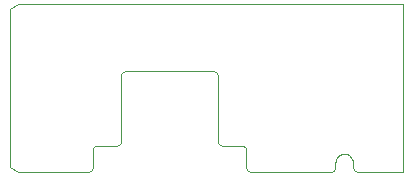
<source format=gbr>
G04 Layer_Color=0*
%FSLAX45Y45*%
%MOMM*%
%TF.FileFunction,Profile,NP*%
%TF.Part,Single*%
%TFFileComment,The blind Vias under BGA and Other Pads are Via-In-Pad (VIP)*%
G01*
G75*
%TA.AperFunction,Profile*%
%ADD147C,0.02540*%
D147*
X2404999Y-1144999D02*
Y-1179999D01*
X2406002Y-1188901D01*
X2408960Y-1197354D01*
X2413726Y-1204939D01*
X2420059Y-1211273D01*
X2427644Y-1216038D01*
X2436099Y-1218997D01*
X2444999Y-1220001D01*
X2829999D01*
X2830000Y200000D01*
X-430001D01*
X-500000Y159585D01*
X-500001Y-1179584D01*
X-430001Y-1220001D01*
X160000D01*
X168900Y-1218997D01*
X177355Y-1216038D01*
X184938Y-1211273D01*
X191272Y-1204939D01*
X196038Y-1197354D01*
X198997Y-1188901D01*
X200000Y-1179999D01*
Y-1040000D01*
X201002Y-1031100D01*
X203961Y-1022645D01*
X208726Y-1015059D01*
X215060Y-1008725D01*
X222644Y-1003960D01*
X231098Y-1001002D01*
X240000Y-1000000D01*
X399999D01*
X408900Y-998996D01*
X417355Y-996038D01*
X424939Y-991273D01*
X431273Y-984939D01*
X436038Y-977355D01*
X438996Y-968900D01*
X439999Y-960000D01*
Y-409999D01*
X441002Y-401099D01*
X443961Y-392643D01*
X448727Y-385060D01*
X455060Y-378726D01*
X462644Y-373961D01*
X471099Y-371003D01*
X479999Y-369999D01*
X1220000D01*
X1228901Y-371003D01*
X1237355Y-373961D01*
X1244939Y-378726D01*
X1251273Y-385060D01*
X1256038Y-392643D01*
X1258997Y-401099D01*
X1260000Y-409999D01*
Y-960000D01*
X1261002Y-968900D01*
X1263961Y-977355D01*
X1268726Y-984939D01*
X1275060Y-991273D01*
X1282644Y-996038D01*
X1291098Y-998996D01*
X1299999Y-1000000D01*
X1459999D01*
X1468900Y-1001002D01*
X1477354Y-1003960D01*
X1484939Y-1008725D01*
X1491273Y-1015059D01*
X1496038Y-1022645D01*
X1498996Y-1031100D01*
X1499999Y-1040000D01*
Y-1179999D01*
X1501002Y-1188901D01*
X1503960Y-1197354D01*
X1508726Y-1204939D01*
X1515059Y-1211273D01*
X1522644Y-1216038D01*
X1531099Y-1218997D01*
X1539999Y-1220001D01*
X2214999D01*
X2223900Y-1218997D01*
X2232354Y-1216038D01*
X2239939Y-1211273D01*
X2246272Y-1204939D01*
X2251038Y-1197354D01*
X2253996Y-1188901D01*
X2254999Y-1179999D01*
Y-1144999D01*
X2256639Y-1129406D01*
X2261483Y-1114495D01*
X2269323Y-1100915D01*
X2279815Y-1089264D01*
X2292499Y-1080049D01*
X2306823Y-1073670D01*
X2322159Y-1070411D01*
X2337839D01*
X2353176Y-1073670D01*
X2367499Y-1080049D01*
X2380184Y-1089264D01*
X2390675Y-1100915D01*
X2398515Y-1114495D01*
X2403360Y-1129406D01*
X2404999Y-1144999D01*
%TF.MD5,35c2eafd758e9c353c2fd5f322c495ff*%
M02*

</source>
